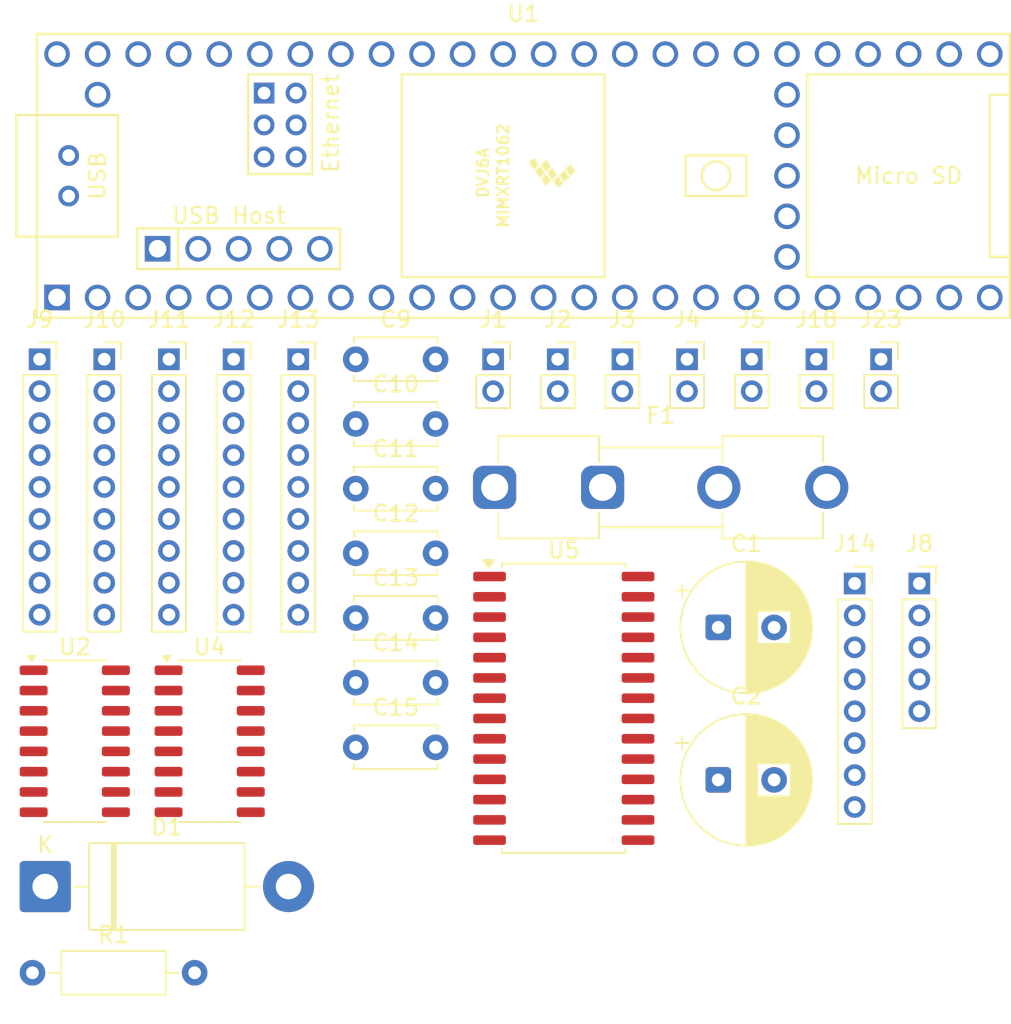
<source format=kicad_pcb>
(kicad_pcb (version 20241229) (generator "pcbnew") (generator_version "9.0")
  (layers (0 "F.Cu" signal) (2 "B.Cu" signal) (13 "F.Paste" user) (15 "B.Paste" user) (5 "F.SilkS" user "F.Silkscreen") (7 "B.SilkS" user "B.Silkscreen") (1 "F.Mask" user) (3 "B.Mask" user) (25 "Edge.Cuts" user))
  (net 0 "")
  (net 1 "E_VCC")
  (net 2 "GND")
  (net 3 "Net-(D1-A)")
  (net 4 "Net-(J18-Pin_1)")
  (net 5 "SPI_SCK")
  (net 6 "SPI_MOSI")
  (net 7 "SCR_BL_PWM")
  (net 8 "CH1_SCR_RST")
  (net 9 "CH1_ENC_DT")
  (net 10 "CH1_ENC_SW")
  (net 11 "CH1_ENC_CLK")
  (net 12 "CH1_FADER_OUT")
  (net 13 "CH1_SCR_DC")
  (net 14 "CH1_SCR_CS")
  (net 15 "CH2_ENC_CLK")
  (net 16 "CH2_FADER_OUT")
  (net 17 "CH2_ENC_SW")
  (net 18 "CH2_SCR_RST")
  (net 19 "CH2_SCR_CS")
  (net 20 "CH2_ENC_DT")
  (net 21 "CH2_SCR_DC")
  (net 22 "CH3_SCR_CS")
  (net 23 "CH3_ENC_CLK")
  (net 24 "CH3_SCR_DC")
  (net 25 "CH3_SCR_RST")
  (net 26 "CH3_ENC_DT")
  (net 27 "CH3_ENC_SW")
  (net 28 "CH3_FADER_OUT")
  (net 29 "CH4_ENC_DT")
  (net 30 "CH4_SCR_CS")
  (net 31 "CH4_SCR_DC")
  (net 32 "CH4_ENC_CLK")
  (net 33 "CH4_SCR_RST")
  (net 34 "CH4_FADER_OUT")
  (net 35 "CH4_ENC_SW")
  (net 36 "CH5_SCR_RST")
  (net 37 "CH5_FADER_OUT")
  (net 38 "CH5_SCR_CS")
  (net 39 "CH5_ENC_DT")
  (net 40 "CH5_ENC_SW")
  (net 41 "CH5_SCR_DC")
  (net 42 "CH5_ENC_CLK")
  (net 43 "CH_MAIN_SCR_CS")
  (net 44 "CH_MAIN_ENC_SW")
  (net 45 "CH_MAIN_ENC_DT")
  (net 46 "MAIN_SCR_RST")
  (net 47 "CH_MAIN_ENC_CLK")
  (net 48 "CH_MAIN_SCR_DC")
  (net 49 "CH5_MOTOR_B")
  (net 50 "CH5_MOTOR_A")
  (net 51 "CH4_MOTOR_A")
  (net 52 "CH4_MOTOR_B")
  (net 53 "CH3_MOTOR_B")
  (net 54 "CH3_MOTOR_A")
  (net 55 "CH1_MOTOR_B")
  (net 56 "CH1_MOTOR_A")
  (net 57 "CH2_MOTOR_B")
  (net 58 "CH2_MOTOR_A")
  (net 59 "Net-(J23-Pin_2)")
  (net 60 "SCR_DC_LATCH")
  (net 74 "CS_DEC_A0")
  (net 79 "CS_DEC_A1")
  (net 80 "I2C_SCL")
  (net 91 "3v3")
  (net 92 "CS_DEC_A2")
  (net 94 "I2C_SDA")
  (footprint "Connector_PinSocket_2.00mm:PinSocket_1x02_P2.00mm_Vertical" (layer "F.Cu") (at 112.92 88.885)
    (property "Reference" "J1" (at 0 -2.5 0) (layer "F.SilkS"))
    (property "Value" "DRV_01")
    (pad "1" thru_hole rect (at 0 0) (size 1.35 1.35) (drill 0.8) (layers "*.Cu" "*.Mask") (net 56 "CH1_MOTOR_A"))
    (pad "2" thru_hole circle (at 0 2) (size 1.35 1.35) (drill 0.8) (layers "*.Cu" "*.Mask") (net 55 "CH1_MOTOR_B"))
  )
  (footprint "Connector_PinSocket_2.00mm:PinSocket_1x02_P2.00mm_Vertical" (layer "F.Cu") (at 129.12 88.885)
    (property "Reference" "J5" (at 0 -2.5 0) (layer "F.SilkS"))
    (property "Value" "DRV_04")
    (pad "1" thru_hole rect (at 0 0) (size 1.35 1.35) (drill 0.8) (layers "*.Cu" "*.Mask") (net 51 "CH4_MOTOR_A"))
    (pad "2" thru_hole circle (at 0 2) (size 1.35 1.35) (drill 0.8) (layers "*.Cu" "*.Mask") (net 52 "CH4_MOTOR_B"))
  )
  (footprint "Resistor_THT:R_Axial_DIN0207_L6.3mm_D2.5mm_P10.16mm_Horizontal" (layer "F.Cu") (at 84.07 127.305)
    (property "Reference" "R1" (at 5.08 -2.37 0) (layer "F.SilkS"))
    (property "Value" "10k")
    (pad "1" thru_hole circle (at 0 0) (size 1.6 1.6) (drill 0.8) (layers "*.Cu" "*.Mask") (net 59 "Net-(J23-Pin_2)"))
    (pad "2" thru_hole circle (at 10.16 0) (size 1.6 1.6) (drill 0.8) (layers "*.Cu" "*.Mask") (net 2 "GND"))
  )
  (footprint "Capacitor_THT:C_Disc_D5.0mm_W2.5mm_P5.00mm" (layer "F.Cu") (at 104.32 105.085)
    (property "Reference" "C13" (at 2.5 -2.5 0) (layer "F.SilkS"))
    (property "Value" "100nF")
    (pad "1" thru_hole circle (at 0 0) (size 1.6 1.6) (drill 0.8) (layers "*.Cu" "*.Mask") (net 2 "GND"))
    (pad "2" thru_hole circle (at 5 0) (size 1.6 1.6) (drill 0.8) (layers "*.Cu" "*.Mask") (net 1 "E_VCC"))
  )
  (footprint "Fuse:Fuseholder_Clip-5x20mm_Eaton_1A5601-01_Inline_P20.80x6.76mm_D1.70mm_Horizontal" (layer "F.Cu") (at 113.02 96.905)
    (property "Reference" "F1" (at 10.4 -4.5 0) (layer "F.SilkS"))
    (property "Value" "2A")
    (pad "1" thru_hole roundrect (at 0 0) (size 2.7 2.7) (drill 1.7) (layers "*.Cu" "*.Mask") (net 3 "Net-(D1-A)"))
    (pad "1" thru_hole roundrect (at 6.76 0) (size 2.7 2.7) (drill 1.7) (layers "*.Cu" "*.Mask") (net 3 "Net-(D1-A)"))
    (pad "2" thru_hole circle (at 14.04 0) (size 2.7 2.7) (drill 1.7) (layers "*.Cu" "*.Mask") (net 4 "Net-(J18-Pin_1)"))
    (pad "2" thru_hole circle (at 20.8 0) (size 2.7 2.7) (drill 1.7) (layers "*.Cu" "*.Mask") (net 4 "Net-(J18-Pin_1)"))
  )
  (footprint "Capacitor_THT:C_Disc_D5.0mm_W2.5mm_P5.00mm" (layer "F.Cu") (at 104.32 92.935)
    (property "Reference" "C10" (at 2.5 -2.5 0) (layer "F.SilkS"))
    (property "Value" "100nF")
    (pad "1" thru_hole circle (at 0 0) (size 1.6 1.6) (drill 0.8) (layers "*.Cu" "*.Mask") (net 2 "GND"))
    (pad "2" thru_hole circle (at 5 0) (size 1.6 1.6) (drill 0.8) (layers "*.Cu" "*.Mask") (net 1 "E_VCC"))
  )
  (footprint "Connector_PinSocket_2.00mm:PinSocket_1x09_P2.00mm_Vertical" (layer "F.Cu") (at 92.62 88.885)
    (property "Reference" "J11" (at 0 -2.5 0) (layer "F.SilkS"))
    (property "Value" "CH_03")
    (pad "1" thru_hole rect (at 0 0) (size 1.35 1.35) (drill 0.8) (layers "*.Cu" "*.Mask") (net 2 "GND"))
    (pad "2" thru_hole circle (at 0 2) (size 1.35 1.35) (drill 0.8) (layers "*.Cu" "*.Mask") (net 1 "E_VCC"))
    (pad "3" thru_hole circle (at 0 4) (size 1.35 1.35) (drill 0.8) (layers "*.Cu" "*.Mask") (net 22 "CH3_SCR_CS"))
    (pad "4" thru_hole circle (at 0 6) (size 1.35 1.35) (drill 0.8) (layers "*.Cu" "*.Mask") (net 24 "CH3_SCR_DC"))
    (pad "5" thru_hole circle (at 0 8) (size 1.35 1.35) (drill 0.8) (layers "*.Cu" "*.Mask") (net 23 "CH3_ENC_CLK"))
    (pad "6" thru_hole circle (at 0 10) (size 1.35 1.35) (drill 0.8) (layers "*.Cu" "*.Mask") (net 26 "CH3_ENC_DT"))
    (pad "7" thru_hole circle (at 0 12) (size 1.35 1.35) (drill 0.8) (layers "*.Cu" "*.Mask") (net 27 "CH3_ENC_SW"))
    (pad "8" thru_hole circle (at 0 14) (size 1.35 1.35) (drill 0.8) (layers "*.Cu" "*.Mask") (net 28 "CH3_FADER_OUT"))
    (pad "9" thru_hole circle (at 0 16) (size 1.35 1.35) (drill 0.8) (layers "*.Cu" "*.Mask") (net 25 "CH3_SCR_RST"))
  )
  (footprint "Teensy:Teensy41" (layer "F.Cu") (at 114.82 77.395)
    (property "Reference" "U1" (at 0 -10.16 0) (layer "F.SilkS"))
    (property "Value" "Teensy4.1")
    (fp_text user "Micro SD" (at 24.13 0 0) (layer "F.SilkS"))
    (fp_text user "USB" (at -26.67 0 270) (layer "F.SilkS"))
    (fp_text user "USB Host" (at -18.4658 2.4892 0) (layer "F.SilkS"))
    (fp_text user "Ethernet" (at -12.065 -3.2766 90) (layer "F.SilkS"))
    (fp_text user "DVJ6A" (at -2.54 -0.18 270) (layer "F.SilkS") (effects (font (size 0.7 0.7))))
    (fp_text user "MIMXRT1062" (at -1.27 0 270) (layer "F.SilkS") (effects (font (size 0.7 0.7))))
    (pad "1" thru_hole rect (at -29.21 7.62) (size 1.6 1.6) (drill 1.1) (layers "*.Cu" "*.Mask"))
    (pad "2" thru_hole circle (at -26.67 7.62) (size 1.6 1.6) (drill 1.1) (layers "*.Cu" "*.Mask"))
    (pad "3" thru_hole circle (at -24.13 7.62) (size 1.6 1.6) (drill 1.1) (layers "*.Cu" "*.Mask"))
    (pad "4" thru_hole circle (at -21.59 7.62) (size 1.6 1.6) (drill 1.1) (layers "*.Cu" "*.Mask"))
    (pad "5" thru_hole circle (at -19.05 7.62) (size 1.6 1.6) (drill 1.1) (layers "*.Cu" "*.Mask") (net 11 "CH1_ENC_CLK"))
    (pad "6" thru_hole circle (at -16.51 7.62) (size 1.6 1.6) (drill 1.1) (layers "*.Cu" "*.Mask") (net 9 "CH1_ENC_DT"))
    (pad "7" thru_hole circle (at -13.97 7.62) (size 1.6 1.6) (drill 1.1) (layers "*.Cu" "*.Mask") (net 15 "CH2_ENC_CLK"))
    (pad "8" thru_hole circle (at -11.43 7.62) (size 1.6 1.6) (drill 1.1) (layers "*.Cu" "*.Mask") (net 20 "CH2_ENC_DT"))
    (pad "9" thru_hole circle (at -8.89 7.62) (size 1.6 1.6) (drill 1.1) (layers "*.Cu" "*.Mask") (net 23 "CH3_ENC_CLK"))
    (pad "10" thru_hole circle (at -6.35 7.62) (size 1.6 1.6) (drill 1.1) (layers "*.Cu" "*.Mask") (net 26 "CH3_ENC_DT"))
    (pad "11" thru_hole circle (at -3.81 7.62) (size 1.6 1.6) (drill 1.1) (layers "*.Cu" "*.Mask") (net 6 "SPI_MOSI"))
    (pad "12" thru_hole circle (at -1.27 7.62) (size 1.6 1.6) (drill 1.1) (layers "*.Cu" "*.Mask"))
    (pad "13" thru_hole circle (at 1.27 7.62) (size 1.6 1.6) (drill 1.1) (layers "*.Cu" "*.Mask") (net 5 "SPI_SCK"))
    (pad "14" thru_hole circle (at 3.81 7.62) (size 1.6 1.6) (drill 1.1) (layers "*.Cu" "*.Mask") (net 60 "SCR_DC_LATCH"))
    (pad "15" thru_hole circle (at 6.35 7.62) (size 1.6 1.6) (drill 1.1) (layers "*.Cu" "*.Mask") (net 91 "3v3"))
    (pad "16" thru_hole circle (at 8.89 7.62) (size 1.6 1.6) (drill 1.1) (layers "*.Cu" "*.Mask") (net 32 "CH4_ENC_CLK"))
    (pad "17" thru_hole circle (at 11.43 7.62) (size 1.6 1.6) (drill 1.1) (layers "*.Cu" "*.Mask") (net 29 "CH4_ENC_DT"))
    (pad "18" thru_hole circle (at 13.97 7.62) (size 1.6 1.6) (drill 1.1) (layers "*.Cu" "*.Mask") (net 94 "I2C_SDA"))
    (pad "19" thru_hole circle (at 16.51 7.62) (size 1.6 1.6) (drill 1.1) (layers "*.Cu" "*.Mask") (net 80 "I2C_SCL"))
    (pad "20" thru_hole circle (at 19.05 7.62) (size 1.6 1.6) (drill 1.1) (layers "*.Cu" "*.Mask") (net 42 "CH5_ENC_CLK"))
    (pad "21" thru_hole circle (at 21.59 7.62) (size 1.6 1.6) (drill 1.1) (layers "*.Cu" "*.Mask") (net 39 "CH5_ENC_DT"))
    (pad "22" thru_hole circle (at 24.13 7.62) (size 1.6 1.6) (drill 1.1) (layers "*.Cu" "*.Mask") (net 47 "CH_MAIN_ENC_CLK"))
    (pad "23" thru_hole circle (at 26.67 7.62) (size 1.6 1.6) (drill 1.1) (layers "*.Cu" "*.Mask") (net 37 "CH5_FADER_OUT"))
    (pad "24" thru_hole circle (at 29.21 7.62) (size 1.6 1.6) (drill 1.1) (layers "*.Cu" "*.Mask") (net 45 "CH_MAIN_ENC_DT"))
    (pad "25" thru_hole circle (at 29.21 -7.62) (size 1.6 1.6) (drill 1.1) (layers "*.Cu" "*.Mask") (net 51 "CH4_MOTOR_A"))
    (pad "26" thru_hole circle (at 26.67 -7.62) (size 1.6 1.6) (drill 1.1) (layers "*.Cu" "*.Mask") (net 52 "CH4_MOTOR_B"))
    (pad "27" thru_hole circle (at 24.13 -7.62) (size 1.6 1.6) (drill 1.1) (layers "*.Cu" "*.Mask") (net 50 "CH5_MOTOR_A"))
    (pad "28" thru_hole circle (at 21.59 -7.62) (size 1.6 1.6) (drill 1.1) (layers "*.Cu" "*.Mask") (net 49 "CH5_MOTOR_B"))
    (pad "29" thru_hole circle (at 19.05 -7.62) (size 1.6 1.6) (drill 1.1) (layers "*.Cu" "*.Mask") (net 7 "SCR_BL_PWM"))
    (pad "30" thru_hole circle (at 16.51 -7.62) (size 1.6 1.6) (drill 1.1) (layers "*.Cu" "*.Mask") (net 2 "GND"))
    (pad "31" thru_hole circle (at 13.97 -7.62) (size 1.6 1.6) (drill 1.1) (layers "*.Cu" "*.Mask"))
    (pad "32" thru_hole circle (at 11.43 -7.62) (size 1.6 1.6) (drill 1.1) (layers "*.Cu" "*.Mask"))
    (pad "33" thru_hole circle (at 8.89 -7.62) (size 1.6 1.6) (drill 1.1) (layers "*.Cu" "*.Mask") (net 74 "CS_DEC_A0"))
    (pad "34" thru_hole circle (at 6.35 -7.62) (size 1.6 1.6) (drill 1.1) (layers "*.Cu" "*.Mask") (net 79 "CS_DEC_A1"))
    (pad "35" thru_hole circle (at 3.81 -7.62) (size 1.6 1.6) (drill 1.1) (layers "*.Cu" "*.Mask") (net 92 "CS_DEC_A2"))
    (pad "36" thru_hole circle (at 1.27 -7.62) (size 1.6 1.6) (drill 1.1) (layers "*.Cu" "*.Mask") (net 12 "CH1_FADER_OUT"))
    (pad "37" thru_hole circle (at -1.27 -7.62) (size 1.6 1.6) (drill 1.1) (layers "*.Cu" "*.Mask") (net 16 "CH2_FADER_OUT"))
    (pad "38" thru_hole circle (at -3.81 -7.62) (size 1.6 1.6) (drill 1.1) (layers "*.Cu" "*.Mask") (net 28 "CH3_FADER_OUT"))
    (pad "39" thru_hole circle (at -6.35 -7.62) (size 1.6 1.6) (drill 1.1) (layers "*.Cu" "*.Mask") (net 34 "CH4_FADER_OUT"))
    (pad "40" thru_hole circle (at -8.89 -7.62) (size 1.6 1.6) (drill 1.1) (layers "*.Cu" "*.Mask") (net 56 "CH1_MOTOR_A"))
    (pad "41" thru_hole circle (at -11.43 -7.62) (size 1.6 1.6) (drill 1.1) (layers "*.Cu" "*.Mask") (net 55 "CH1_MOTOR_B"))
    (pad "42" thru_hole circle (at -13.97 -7.62) (size 1.6 1.6) (drill 1.1) (layers "*.Cu" "*.Mask") (net 58 "CH2_MOTOR_A"))
    (pad "43" thru_hole circle (at -16.51 -7.62) (size 1.6 1.6) (drill 1.1) (layers "*.Cu" "*.Mask") (net 57 "CH2_MOTOR_B"))
    (pad "44" thru_hole circle (at -19.05 -7.62) (size 1.6 1.6) (drill 1.1) (layers "*.Cu" "*.Mask") (net 54 "CH3_MOTOR_A"))
    (pad "45" thru_hole circle (at -21.59 -7.62) (size 1.6 1.6) (drill 1.1) (layers "*.Cu" "*.Mask") (net 53 "CH3_MOTOR_B"))
    (pad "46" thru_hole circle (at -24.13 -7.62) (size 1.6 1.6) (drill 1.1) (layers "*.Cu" "*.Mask"))
    (pad "47" thru_hole circle (at -26.67 -7.62) (size 1.6 1.6) (drill 1.1) (layers "*.Cu" "*.Mask") (net 2 "GND"))
    (pad "48" thru_hole circle (at -29.21 -7.62) (size 1.6 1.6) (drill 1.1) (layers "*.Cu" "*.Mask"))
    (pad "49" thru_hole circle (at -26.67 -5.08) (size 1.6 1.6) (drill 1.1) (layers "*.Cu" "*.Mask"))
    (pad "50" thru_hole circle (at 16.51 5.08) (size 1.6 1.6) (drill 1.1) (layers "*.Cu" "*.Mask"))
    (pad "51" thru_hole circle (at 16.51 2.54) (size 1.6 1.6) (drill 1.1) (layers "*.Cu" "*.Mask"))
    (pad "52" thru_hole circle (at 16.51 0) (size 1.6 1.6) (drill 1.1) (layers "*.Cu" "*.Mask"))
    (pad "53" thru_hole circle (at 16.51 -2.54) (size 1.6 1.6) (drill 1.1) (layers "*.Cu" "*.Mask"))
    (pad "54" thru_hole circle (at 16.51 -5.08) (size 1.6 1.6) (drill 1.1) (layers "*.Cu" "*.Mask"))
    (pad "55" thru_hole rect (at -22.9108 4.5692) (size 1.6 1.6) (drill 1.1) (layers "*.Cu" "*.Mask"))
    (pad "56" thru_hole circle (at -20.3708 4.5692) (size 1.6 1.6) (drill 1.1) (layers "*.Cu" "*.Mask"))
    (pad "57" thru_hole circle (at -17.8308 4.5692) (size 1.6 1.6) (drill 1.1) (layers "*.Cu" "*.Mask"))
    (pad "58" thru_hole circle (at -15.2908 4.5692) (size 1.6 1.6) (drill 1.1) (layers "*.Cu" "*.Mask"))
    (pad "59" thru_hole circle (at -12.7508 4.5692) (size 1.6 1.6) (drill 1.1) (layers "*.Cu" "*.Mask"))
    (pad "60" thru_hole rect (at -16.24 -5.1816) (size 1.3 1.3) (drill 0.8) (layers "*.Cu" "*.Mask"))
    (pad "61" thru_hole circle (at -16.24 -3.1816) (size 1.3 1.3) (drill 0.8) (layers "*.Cu" "*.Mask"))
    (pad "62" thru_hole circle (at -16.24 -1.1816) (size 1.3 1.3) (drill 0.8) (layers "*.Cu" "*.Mask"))
    (pad "63" thru_hole circle (at -14.24 -1.1816) (size 1.3 1.3) (drill 0.8) (layers "*.Cu" "*.Mask"))
    (pad "64" thru_hole circle (at -14.24 -3.1816) (size 1.3 1.3) (drill 0.8) (layers "*.Cu" "*.Mask"))
    (pad "65" thru_hole circle (at -14.24 -5.1816) (size 1.3 1.3) (drill 0.8) (layers "*.Cu" "*.Mask"))
    (pad "66" thru_hole circle (at -28.48 -1.27) (size 1.3 1.3) (drill 0.8) (layers "*.Cu" "*.Mask"))
    (pad "67" thru_hole circle (at -28.48 1.27) (size 1.3 1.3) (drill 0.8) (layers "*.Cu" "*.Mask"))
  )
  (footprint "Connector_PinSocket_2.00mm:PinSocket_1x02_P2.00mm_Vertical" (layer "F.Cu") (at 121.02 88.885)
    (property "Reference" "J3" (at 0 -2.5 0) (layer "F.SilkS"))
    (property "Value" "DRV_03")
    (pad "1" thru_hole rect (at 0 0) (size 1.35 1.35) (drill 0.8) (layers "*.Cu" "*.Mask") (net 54 "CH3_MOTOR_A"))
    (pad "2" thru_hole circle (at 0 2) (size 1.35 1.35) (drill 0.8) (layers "*.Cu" "*.Mask") (net 53 "CH3_MOTOR_B"))
  )
  (footprint "Package_SO:SO-16_3.9x9.9mm_P1.27mm" (layer "F.Cu") (at 86.72 112.805)
    (property "Reference" "U2" (at 0 -5.9 0) (layer "F.SilkS"))
    (property "Value" "74HC138")
    (pad "1" smd roundrect (at -2.575 -4.445) (size 1.75 0.6) (layers "F.Cu" "F.Mask" "F.Paste") (net 74 "CS_DEC_A0"))
    (pad "2" smd roundrect (at -2.575 -3.175) (size 1.75 0.6) (layers "F.Cu" "F.Mask" "F.Paste") (net 79 "CS_DEC_A1"))
    (pad "3" smd roundrect (at -2.575 -1.905) (size 1.75 0.6) (layers "F.Cu" "F.Mask" "F.Paste") (net 92 "CS_DEC_A2"))
    (pad "4" smd roundrect (at -2.575 -0.635) (size 1.75 0.6) (layers "F.Cu" "F.Mask" "F.Paste") (net 2 "GND"))
    (pad "5" smd roundrect (at -2.575 0.635) (size 1.75 0.6) (layers "F.Cu" "F.Mask" "F.Paste") (net 2 "GND"))
    (pad "6" smd roundrect (at -2.575 1.905) (size 1.75 0.6) (layers "F.Cu" "F.Mask" "F.Paste") (net 91 "3v3"))
    (pad "7" smd roundrect (at -2.575 3.175) (size 1.75 0.6) (layers "F.Cu" "F.Mask" "F.Paste"))
    (pad "8" smd roundrect (at -2.575 4.445) (size 1.75 0.6) (layers "F.Cu" "F.Mask" "F.Paste"))
    (pad "9" smd roundrect (at 2.575 4.445) (size 1.75 0.6) (layers "F.Cu" "F.Mask" "F.Paste"))
    (pad "10" smd roundrect (at 2.575 3.175) (size 1.75 0.6) (layers "F.Cu" "F.Mask" "F.Paste") (net 43 "CH_MAIN_SCR_CS"))
    (pad "11" smd roundrect (at 2.575 1.905) (size 1.75 0.6) (layers "F.Cu" "F.Mask" "F.Paste") (net 38 "CH5_SCR_CS"))
    (pad "12" smd roundrect (at 2.575 0.635) (size 1.75 0.6) (layers "F.Cu" "F.Mask" "F.Paste") (net 30 "CH4_SCR_CS"))
    (pad "13" smd roundrect (at 2.575 -0.635) (size 1.75 0.6) (layers "F.Cu" "F.Mask" "F.Paste") (net 22 "CH3_SCR_CS"))
    (pad "14" smd roundrect (at 2.575 -1.905) (size 1.75 0.6) (layers "F.Cu" "F.Mask" "F.Paste") (net 19 "CH2_SCR_CS"))
    (pad "15" smd roundrect (at 2.575 -3.175) (size 1.75 0.6) (layers "F.Cu" "F.Mask" "F.Paste") (net 14 "CH1_SCR_CS"))
    (pad "16" smd roundrect (at 2.575 -4.445) (size 1.75 0.6) (layers "F.Cu" "F.Mask" "F.Paste") (net 91 "3v3"))
  )
  (footprint "Diode_THT:D_DO-201AD_P15.24mm_Horizontal" (layer "F.Cu") (at 84.87 121.905)
    (property "Reference" "D1" (at 7.62 -3.72 0) (layer "F.SilkS"))
    (property "Value" "D_Schottky")
    (fp_text user "K" (at 0 -2.6 0) (layer "F.SilkS"))
    (pad "1" thru_hole roundrect (at 0 0) (size 3.2 3.2) (drill 1.6) (layers "*.Cu" "*.Mask") (roundrect_rratio 0.078125) (net 1 "E_VCC"))
    (pad "2" thru_hole circle (at 15.24 0) (size 3.2 3.2) (drill 1.6) (layers "*.Cu" "*.Mask") (net 3 "Net-(D1-A)"))
  )
  (footprint "Connector_PinSocket_2.00mm:PinSocket_1x08_P2.00mm_Vertical" (layer "F.Cu") (at 135.57 102.925)
    (property "Reference" "J14" (at 0 -2.5 0) (layer "F.SilkS"))
    (property "Value" "Main Controller")
    (pad "1" thru_hole rect (at 0 0) (size 1.35 1.35) (drill 0.8) (layers "*.Cu" "*.Mask") (net 2 "GND"))
    (pad "2" thru_hole circle (at 0 2) (size 1.35 1.35) (drill 0.8) (layers "*.Cu" "*.Mask") (net 1 "E_VCC"))
    (pad "3" thru_hole circle (at 0 4) (size 1.35 1.35) (drill 0.8) (layers "*.Cu" "*.Mask") (net 43 "CH_MAIN_SCR_CS"))
    (pad "4" thru_hole circle (at 0 6) (size 1.35 1.35) (drill 0.8) (layers "*.Cu" "*.Mask") (net 48 "CH_MAIN_SCR_DC"))
    (pad "5" thru_hole circle (at 0 8) (size 1.35 1.35) (drill 0.8) (layers "*.Cu" "*.Mask") (net 47 "CH_MAIN_ENC_CLK"))
    (pad "6" thru_hole circle (at 0 10) (size 1.35 1.35) (drill 0.8) (layers "*.Cu" "*.Mask") (net 45 "CH_MAIN_ENC_DT"))
    (pad "7" thru_hole circle (at 0 12) (size 1.35 1.35) (drill 0.8) (layers "*.Cu" "*.Mask") (net 44 "CH_MAIN_ENC_SW"))
    (pad "8" thru_hole circle (at 0 14) (size 1.35 1.35) (drill 0.8) (layers "*.Cu" "*.Mask") (net 46 "MAIN_SCR_RST"))
  )
  (footprint "Connector_PinSocket_2.00mm:PinSocket_1x09_P2.00mm_Vertical" (layer "F.Cu") (at 100.72 88.885)
    (property "Reference" "J13" (at 0 -2.5 0) (layer "F.SilkS"))
    (property "Value" "CH_05")
    (pad "1" thru_hole rect (at 0 0) (size 1.35 1.35) (drill 0.8) (layers "*.Cu" "*.Mask") (net 2 "GND"))
    (pad "2" thru_hole circle (at 0 2) (size 1.35 1.35) (drill 0.8) (layers "*.Cu" "*.Mask") (net 1 "E_VCC"))
    (pad "3" thru_hole circle (at 0 4) (size 1.35 1.35) (drill 0.8) (layers "*.Cu" "*.Mask") (net 38 "CH5_SCR_CS"))
    (pad "4" thru_hole circle (at 0 6) (size 1.35 1.35) (drill 0.8) (layers "*.Cu" "*.Mask") (net 41 "CH5_SCR_DC"))
    (pad "5" thru_hole circle (at 0 8) (size 1.35 1.35) (drill 0.8) (layers "*.Cu" "*.Mask") (net 42 "CH5_ENC_CLK"))
    (pad "6" thru_hole circle (at 0 10) (size 1.35 1.35) (drill 0.8) (layers "*.Cu" "*.Mask") (net 39 "CH5_ENC_DT"))
    (pad "7" thru_hole circle (at 0 12) (size 1.35 1.35) (drill 0.8) (layers "*.Cu" "*.Mask") (net 40 "CH5_ENC_SW"))
    (pad "8" thru_hole circle (at 0 14) (size 1.35 1.35) (drill 0.8) (layers "*.Cu" "*.Mask") (net 37 "CH5_FADER_OUT"))
    (pad "9" thru_hole circle (at 0 16) (size 1.35 1.35) (drill 0.8) (layers "*.Cu" "*.Mask") (net 36 "CH5_SCR_RST"))
  )
  (footprint "Connector_PinSocket_2.00mm:PinSocket_1x05_P2.00mm_Vertical" (layer "F.Cu") (at 139.62 102.925)
    (property "Reference" "J8" (at 0 -2.5 0) (layer "F.SilkS"))
    (property "Value" "SCR_SPI")
    (pad "1" thru_hole rect (at 0 0) (size 1.35 1.35) (drill 0.8) (layers "*.Cu" "*.Mask") (net 2 "GND"))
    (pad "2" thru_hole circle (at 0 2) (size 1.35 1.35) (drill 0.8) (layers "*.Cu" "*.Mask") (net 1 "E_VCC"))
    (pad "3" thru_hole circle (at 0 4) (size 1.35 1.35) (drill 0.8) (layers "*.Cu" "*.Mask") (net 5 "SPI_SCK"))
    (pad "4" thru_hole circle (at 0 6) (size 1.35 1.35) (drill 0.8) (layers "*.Cu" "*.Mask") (net 6 "SPI_MOSI"))
    (pad "5" thru_hole circle (at 0 8) (size 1.35 1.35) (drill 0.8) (layers "*.Cu" "*.Mask") (net 7 "SCR_BL_PWM"))
  )
  (footprint "Package_SO:SOIC-28W_7.5x17.9mm_P1.27mm" (layer "F.Cu") (at 117.35 110.745)
    (property "Reference" "U5" (at 0 -9.9 0) (layer "F.SilkS"))
    (property "Value" "MCP23017_SO")
    (pad "1" smd roundrect (at -4.65 -8.255) (size 2.05 0.6) (layers "F.Cu" "F.Mask" "F.Paste") (net 8 "CH1_SCR_RST"))
    (pad "2" smd roundrect (at -4.65 -6.985) (size 2.05 0.6) (layers "F.Cu" "F.Mask" "F.Paste") (net 18 "CH2_SCR_RST"))
    (pad "3" smd roundrect (at -4.65 -5.715) (size 2.05 0.6) (layers "F.Cu" "F.Mask" "F.Paste") (net 25 "CH3_SCR_RST"))
    (pad "4" smd roundrect (at -4.65 -4.445) (size 2.05 0.6) (layers "F.Cu" "F.Mask" "F.Paste") (net 33 "CH4_SCR_RST"))
    (pad "5" smd roundrect (at -4.65 -3.175) (size 2.05 0.6) (layers "F.Cu" "F.Mask" "F.Paste") (net 36 "CH5_SCR_RST"))
    (pad "6" smd roundrect (at -4.65 -1.905) (size 2.05 0.6) (layers "F.Cu" "F.Mask" "F.Paste") (net 46 "MAIN_SCR_RST"))
    (pad "7" smd roundrect (at -4.65 -0.635) (size 2.05 0.6) (layers "F.Cu" "F.Mask" "F.Paste"))
    (pad "8" smd roundrect (at -4.65 0.635) (size 2.05 0.6) (layers "F.Cu" "F.Mask" "F.Paste"))
    (pad "9" smd roundrect (at -4.65 1.905) (size 2.05 0.6) (layers "F.Cu" "F.Mask" "F.Paste") (net 91 "3v3"))
    (pad "10" smd roundrect (at -4.65 3.175) (size 2.05 0.6) (layers "F.Cu" "F.Mask" "F.Paste") (net 2 "GND"))
    (pad "11" smd roundrect (at -4.65 4.445) (size 2.05 0.6) (layers "F.Cu" "F.Mask" "F.Paste"))
    (pad "12" smd roundrect (at -4.65 5.715) (size 2.05 0.6) (layers "F.Cu" "F.Mask" "F.Paste") (net 80 "I2C_SCL"))
    (pad "13" smd roundrect (at -4.65 6.985) (size 2.05 0.6) (layers "F.Cu" "F.Mask" "F.Paste") (net 94 "I2C_SDA"))
    (pad "14" smd roundrect (at -4.65 8.255) (size 2.05 0.6) (layers "F.Cu" "F.Mask" "F.Paste"))
    (pad "15" smd roundrect (at 4.65 8.255) (size 2.05 0.6) (layers "F.Cu" "F.Mask" "F.Paste") (net 2 "GND"))
    (pad "16" smd roundrect (at 4.65 6.985) (size 2.05 0.6) (layers "F.Cu" "F.Mask" "F.Paste") (net 2 "GND"))
    (pad "17" smd roundrect (at 4.65 5.715) (size 2.05 0.6) (layers "F.Cu" "F.Mask" "F.Paste") (net 2 "GND"))
    (pad "18" smd roundrect (at 4.65 4.445) (size 2.05 0.6) (layers "F.Cu" "F.Mask" "F.Paste") (net 91 "3v3"))
    (pad "19" smd roundrect (at 4.65 3.175) (size 2.05 0.6) (layers "F.Cu" "F.Mask" "F.Paste"))
    (pad "20" smd roundrect (at 4.65 1.905) (size 2.05 0.6) (layers "F.Cu" "F.Mask" "F.Paste"))
    (pad "21" smd roundrect (at 4.65 0.635) (size 2.05 0.6) (layers "F.Cu" "F.Mask" "F.Paste") (net 10 "CH1_ENC_SW"))
    (pad "22" smd roundrect (at 4.65 -0.635) (size 2.05 0.6) (layers "F.Cu" "F.Mask" "F.Paste") (net 17 "CH2_ENC_SW"))
    (pad "23" smd roundrect (at 4.65 -1.905) (size 2.05 0.6) (layers "F.Cu" "F.Mask" "F.Paste") (net 27 "CH3_ENC_SW"))
    (pad "24" smd roundrect (at 4.65 -3.175) (size 2.05 0.6) (layers "F.Cu" "F.Mask" "F.Paste") (net 35 "CH4_ENC_SW"))
    (pad "25" smd roundrect (at 4.65 -4.445) (size 2.05 0.6) (layers "F.Cu" "F.Mask" "F.Paste") (net 40 "CH5_ENC_SW"))
    (pad "26" smd roundrect (at 4.65 -5.715) (size 2.05 0.6) (layers "F.Cu" "F.Mask" "F.Paste") (net 44 "CH_MAIN_ENC_SW"))
    (pad "27" smd roundrect (at 4.65 -6.985) (size 2.05 0.6) (layers "F.Cu" "F.Mask" "F.Paste"))
    (pad "28" smd roundrect (at 4.65 -8.255) (size 2.05 0.6) (layers "F.Cu" "F.Mask" "F.Paste"))
  )
  (footprint "Capacitor_THT:C_Disc_D5.0mm_W2.5mm_P5.00mm" (layer "F.Cu") (at 104.32 96.985)
    (property "Reference" "C11" (at 2.5 -2.5 0) (layer "F.SilkS"))
    (property "Value" "100nF")
    (pad "1" thru_hole circle (at 0 0) (size 1.6 1.6) (drill 0.8) (layers "*.Cu" "*.Mask") (net 2 "GND"))
    (pad "2" thru_hole circle (at 5 0) (size 1.6 1.6) (drill 0.8) (layers "*.Cu" "*.Mask") (net 1 "E_VCC"))
  )
  (footprint "Capacitor_THT:CP_Radial_D8.0mm_P3.50mm" (layer "F.Cu") (at 127.024698 105.675)
    (property "Reference" "C1" (at 1.75 -5.25 0) (layer "F.SilkS"))
    (property "Value" "1000uF")
    (pad "1" thru_hole roundrect (at 0 0) (size 1.6 1.6) (drill 0.8) (layers "*.Cu" "*.Mask") (roundrect_rratio 0.15625) (net 1 "E_VCC"))
    (pad "2" thru_hole circle (at 3.5 0) (size 1.6 1.6) (drill 0.8) (layers "*.Cu" "*.Mask") (net 2 "GND"))
  )
  (footprint "Capacitor_THT:C_Disc_D5.0mm_W2.5mm_P5.00mm" (layer "F.Cu") (at 104.32 88.885)
    (property "Reference" "C9" (at 2.5 -2.5 0) (layer "F.SilkS"))
    (property "Value" "100nF")
    (pad "1" thru_hole circle (at 0 0) (size 1.6 1.6) (drill 0.8) (layers "*.Cu" "*.Mask") (net 2 "GND"))
    (pad "2" thru_hole circle (at 5 0) (size 1.6 1.6) (drill 0.8) (layers "*.Cu" "*.Mask") (net 1 "E_VCC"))
  )
  (footprint "Capacitor_THT:C_Disc_D5.0mm_W2.5mm_P5.00mm" (layer "F.Cu") (at 104.32 113.185)
    (property "Reference" "C15" (at 2.5 -2.5 0) (layer "F.SilkS"))
    (property "Value" "100nF")
    (pad "1" thru_hole circle (at 0 0) (size 1.6 1.6) (drill 0.8) (layers "*.Cu" "*.Mask") (net 2 "GND"))
    (pad "2" thru_hole circle (at 5 0) (size 1.6 1.6) (drill 0.8) (layers "*.Cu" "*.Mask") (net 1 "E_VCC"))
  )
  (footprint "Connector_PinSocket_2.00mm:PinSocket_1x09_P2.00mm_Vertical" (layer "F.Cu") (at 96.67 88.885)
    (property "Reference" "J12" (at 0 -2.5 0) (layer "F.SilkS"))
    (property "Value" "CH_04")
    (pad "1" thru_hole rect (at 0 0) (size 1.35 1.35) (drill 0.8) (layers "*.Cu" "*.Mask") (net 2 "GND"))
    (pad "2" thru_hole circle (at 0 2) (size 1.35 1.35) (drill 0.8) (layers "*.Cu" "*.Mask") (net 1 "E_VCC"))
    (pad "3" thru_hole circle (at 0 4) (size 1.35 1.35) (drill 0.8) (layers "*.Cu" "*.Mask") (net 30 "CH4_SCR_CS"))
    (pad "4" thru_hole circle (at 0 6) (size 1.35 1.35) (drill 0.8) (layers "*.Cu" "*.Mask") (net 31 "CH4_SCR_DC"))
    (pad "5" thru_hole circle (at 0 8) (size 1.35 1.35) (drill 0.8) (layers "*.Cu" "*.Mask") (net 32 "CH4_ENC_CLK"))
    (pad "6" thru_hole circle (at 0 10) (size 1.35 1.35) (drill 0.8) (layers "*.Cu" "*.Mask") (net 29 "CH4_ENC_DT"))
    (pad "7" thru_hole circle (at 0 12) (size 1.35 1.35) (drill 0.8) (layers "*.Cu" "*.Mask") (net 35 "CH4_ENC_SW"))
    (pad "8" thru_hole circle (at 0 14) (size 1.35 1.35) (drill 0.8) (layers "*.Cu" "*.Mask") (net 34 "CH4_FADER_OUT"))
    (pad "9" thru_hole circle (at 0 16) (size 1.35 1.35) (drill 0.8) (layers "*.Cu" "*.Mask") (net 33 "CH4_SCR_RST"))
  )
  (footprint "Connector_PinSocket_2.00mm:PinSocket_1x02_P2.00mm_Vertical" (layer "F.Cu") (at 133.17 88.885)
    (property "Reference" "J18" (at 0 -2.5 0) (layer "F.SilkS"))
    (property "Value" "EXT VCC")
    (pad "1" thru_hole rect (at 0 0) (size 1.35 1.35) (drill 0.8) (layers "*.Cu" "*.Mask") (net 4 "Net-(J18-Pin_1)"))
    (pad "2" thru_hole circle (at 0 2) (size 1.35 1.35) (drill 0.8) (layers "*.Cu" "*.Mask") (net 2 "GND"))
  )
  (footprint "Capacitor_THT:CP_Radial_D8.0mm_P3.50mm" (layer "F.Cu") (at 127.024698 115.225)
    (property "Reference" "C2" (at 1.75 -5.25 0) (layer "F.SilkS"))
    (property "Value" "1000uF")
    (pad "1" thru_hole roundrect (at 0 0) (size 1.6 1.6) (drill 0.8) (layers "*.Cu" "*.Mask") (roundrect_rratio 0.15625) (net 1 "E_VCC"))
    (pad "2" thru_hole circle (at 3.5 0) (size 1.6 1.6) (drill 0.8) (layers "*.Cu" "*.Mask") (net 2 "GND"))
  )
  (footprint "Capacitor_THT:C_Disc_D5.0mm_W2.5mm_P5.00mm" (layer "F.Cu") (at 104.32 109.135)
    (property "Reference" "C14" (at 2.5 -2.5 0) (layer "F.SilkS"))
    (property "Value" "100nF")
    (pad "1" thru_hole circle (at 0 0) (size 1.6 1.6) (drill 0.8) (layers "*.Cu" "*.Mask") (net 2 "GND"))
    (pad "2" thru_hole circle (at 5 0) (size 1.6 1.6) (drill 0.8) (layers "*.Cu" "*.Mask") (net 1 "E_VCC"))
  )
  (footprint "Connector_PinSocket_2.00mm:PinSocket_1x02_P2.00mm_Vertical" (layer "F.Cu") (at 125.07 88.885)
    (property "Reference" "J4" (at 0 -2.5 0) (layer "F.SilkS"))
    (property "Value" "DRV_05")
    (pad "1" thru_hole rect (at 0 0) (size 1.35 1.35) (drill 0.8) (layers "*.Cu" "*.Mask") (net 50 "CH5_MOTOR_A"))
    (pad "2" thru_hole circle (at 0 2) (size 1.35 1.35) (drill 0.8) (layers "*.Cu" "*.Mask") (net 49 "CH5_MOTOR_B"))
  )
  (footprint "Capacitor_THT:C_Disc_D5.0mm_W2.5mm_P5.00mm" (layer "F.Cu") (at 104.32 101.035)
    (property "Reference" "C12" (at 2.5 -2.5 0) (layer "F.SilkS"))
    (property "Value" "100nF")
    (pad "1" thru_hole circle (at 0 0) (size 1.6 1.6) (drill 0.8) (layers "*.Cu" "*.Mask") (net 2 "GND"))
    (pad "2" thru_hole circle (at 5 0) (size 1.6 1.6) (drill 0.8) (layers "*.Cu" "*.Mask") (net 1 "E_VCC"))
  )
  (footprint "Connector_PinSocket_2.00mm:PinSocket_1x09_P2.00mm_Vertical" (layer "F.Cu") (at 84.52 88.885)
    (property "Reference" "J9" (at 0 -2.5 0) (layer "F.SilkS"))
    (property "Value" "CH_01")
    (pad "1" thru_hole rect (at 0 0) (size 1.35 1.35) (drill 0.8) (layers "*.Cu" "*.Mask") (net 2 "GND"))
    (pad "2" thru_hole circle (at 0 2) (size 1.35 1.35) (drill 0.8) (layers "*.Cu" "*.Mask") (net 1 "E_VCC"))
    (pad "3" thru_hole circle (at 0 4) (size 1.35 1.35) (drill 0.8) (layers "*.Cu" "*.Mask") (net 14 "CH1_SCR_CS"))
    (pad "4" thru_hole circle (at 0 6) (size 1.35 1.35) (drill 0.8) (layers "*.Cu" "*.Mask") (net 13 "CH1_SCR_DC"))
    (pad "5" thru_hole circle (at 0 8) (size 1.35 1.35) (drill 0.8) (layers "*.Cu" "*.Mask") (net 11 "CH1_ENC_CLK"))
    (pad "6" thru_hole circle (at 0 10) (size 1.35 1.35) (drill 0.8) (layers "*.Cu" "*.Mask") (net 9 "CH1_ENC_DT"))
    (pad "7" thru_hole circle (at 0 12) (size 1.35 1.35) (drill 0.8) (layers "*.Cu" "*.Mask") (net 10 "CH1_ENC_SW"))
    (pad "8" thru_hole circle (at 0 14) (size 1.35 1.35) (drill 0.8) (layers "*.Cu" "*.Mask") (net 12 "CH1_FADER_OUT"))
    (pad "9" thru_hole circle (at 0 16) (size 1.35 1.35) (drill 0.8) (layers "*.Cu" "*.Mask") (net 8 "CH1_SCR_RST"))
  )
  (footprint "Connector_PinSocket_2.00mm:PinSocket_1x09_P2.00mm_Vertical" (layer "F.Cu") (at 88.57 88.885)
    (property "Reference" "J10" (at 0 -2.5 0) (layer "F.SilkS"))
    (property "Value" "CH_02")
    (pad "1" thru_hole rect (at 0 0) (size 1.35 1.35) (drill 0.8) (layers "*.Cu" "*.Mask") (net 2 "GND"))
    (pad "2" thru_hole circle (at 0 2) (size 1.35 1.35) (drill 0.8) (layers "*.Cu" "*.Mask") (net 1 "E_VCC"))
    (pad "3" thru_hole circle (at 0 4) (size 1.35 1.35) (drill 0.8) (layers "*.Cu" "*.Mask") (net 19 "CH2_SCR_CS"))
    (pad "4" thru_hole circle (at 0 6) (size 1.35 1.35) (drill 0.8) (layers "*.Cu" "*.Mask") (net 21 "CH2_SCR_DC"))
    (pad "5" thru_hole circle (at 0 8) (size 1.35 1.35) (drill 0.8) (layers "*.Cu" "*.Mask") (net 15 "CH2_ENC_CLK"))
    (pad "6" thru_hole circle (at 0 10) (size 1.35 1.35) (drill 0.8) (layers "*.Cu" "*.Mask") (net 20 "CH2_ENC_DT"))
    (pad "7" thru_hole circle (at 0 12) (size 1.35 1.35) (drill 0.8) (layers "*.Cu" "*.Mask") (net 17 "CH2_ENC_SW"))
    (pad "8" thru_hole circle (at 0 14) (size 1.35 1.35) (drill 0.8) (layers "*.Cu" "*.Mask") (net 16 "CH2_FADER_OUT"))
    (pad "9" thru_hole circle (at 0 16) (size 1.35 1.35) (drill 0.8) (layers "*.Cu" "*.Mask") (net 18 "CH2_SCR_RST"))
  )
  (footprint "Connector_PinSocket_2.00mm:PinSocket_1x02_P2.00mm_Vertical" (layer "F.Cu") (at 137.22 88.885)
    (property "Reference" "J23" (at 0 -2.5 0) (layer "F.SilkS"))
    (property "Value" "Panel Power SW")
    (pad "1" thru_hole rect (at 0 0) (size 1.35 1.35) (drill 0.8) (layers "*.Cu" "*.Mask") (net 1 "E_VCC"))
    (pad "2" thru_hole circle (at 0 2) (size 1.35 1.35) (drill 0.8) (layers "*.Cu" "*.Mask") (net 59 "Net-(J23-Pin_2)"))
  )
  (footprint "Package_SO:SO-16_3.9x9.9mm_P1.27mm" (layer "F.Cu") (at 95.17 112.805)
    (property "Reference" "U4" (at 0 -5.9 0) (layer "F.SilkS"))
    (property "Value" "74HC595")
    (pad "1" smd roundrect (at -2.575 -4.445) (size 1.75 0.6) (layers "F.Cu" "F.Mask" "F.Paste") (net 21 "CH2_SCR_DC"))
    (pad "2" smd roundrect (at -2.575 -3.175) (size 1.75 0.6) (layers "F.Cu" "F.Mask" "F.Paste") (net 24 "CH3_SCR_DC"))
    (pad "3" smd roundrect (at -2.575 -1.905) (size 1.75 0.6) (layers "F.Cu" "F.Mask" "F.Paste") (net 31 "CH4_SCR_DC"))
    (pad "4" smd roundrect (at -2.575 -0.635) (size 1.75 0.6) (layers "F.Cu" "F.Mask" "F.Paste") (net 41 "CH5_SCR_DC"))
    (pad "5" smd roundrect (at -2.575 0.635) (size 1.75 0.6) (layers "F.Cu" "F.Mask" "F.Paste") (net 48 "CH_MAIN_SCR_DC"))
    (pad "6" smd roundrect (at -2.575 1.905) (size 1.75 0.6) (layers "F.Cu" "F.Mask" "F.Paste"))
    (pad "7" smd roundrect (at -2.575 3.175) (size 1.75 0.6) (layers "F.Cu" "F.Mask" "F.Paste"))
    (pad "8" smd roundrect (at -2.575 4.445) (size 1.75 0.6) (layers "F.Cu" "F.Mask" "F.Paste") (net 2 "GND"))
    (pad "9" smd roundrect (at 2.575 4.445) (size 1.75 0.6) (layers "F.Cu" "F.Mask" "F.Paste"))
    (pad "10" smd roundrect (at 2.575 3.175) (size 1.75 0.6) (layers "F.Cu" "F.Mask" "F.Paste") (net 91 "3v3"))
    (pad "11" smd roundrect (at 2.575 1.905) (size 1.75 0.6) (layers "F.Cu" "F.Mask" "F.Paste") (net 5 "SPI_SCK"))
    (pad "12" smd roundrect (at 2.575 0.635) (size 1.75 0.6) (layers "F.Cu" "F.Mask" "F.Paste") (net 60 "SCR_DC_LATCH"))
    (pad "13" smd roundrect (at 2.575 -0.635) (size 1.75 0.6) (layers "F.Cu" "F.Mask" "F.Paste") (net 2 "GND"))
    (pad "14" smd roundrect (at 2.575 -1.905) (size 1.75 0.6) (layers "F.Cu" "F.Mask" "F.Paste") (net 6 "SPI_MOSI"))
    (pad "15" smd roundrect (at 2.575 -3.175) (size 1.75 0.6) (layers "F.Cu" "F.Mask" "F.Paste") (net 13 "CH1_SCR_DC"))
    (pad "16" smd roundrect (at 2.575 -4.445) (size 1.75 0.6) (layers "F.Cu" "F.Mask" "F.Paste") (net 91 "3v3"))
  )
  (footprint "Connector_PinSocket_2.00mm:PinSocket_1x02_P2.00mm_Vertical" (layer "F.Cu") (at 116.97 88.885)
    (property "Reference" "J2" (at 0 -2.5 0) (layer "F.SilkS"))
    (property "Value" "DRV_02")
    (pad "1" thru_hole rect (at 0 0) (size 1.35 1.35) (drill 0.8) (layers "*.Cu" "*.Mask") (net 58 "CH2_MOTOR_A"))
    (pad "2" thru_hole circle (at 0 2) (size 1.35 1.35) (drill 0.8) (layers "*.Cu" "*.Mask") (net 57 "CH2_MOTOR_B"))
  )
)
</source>
